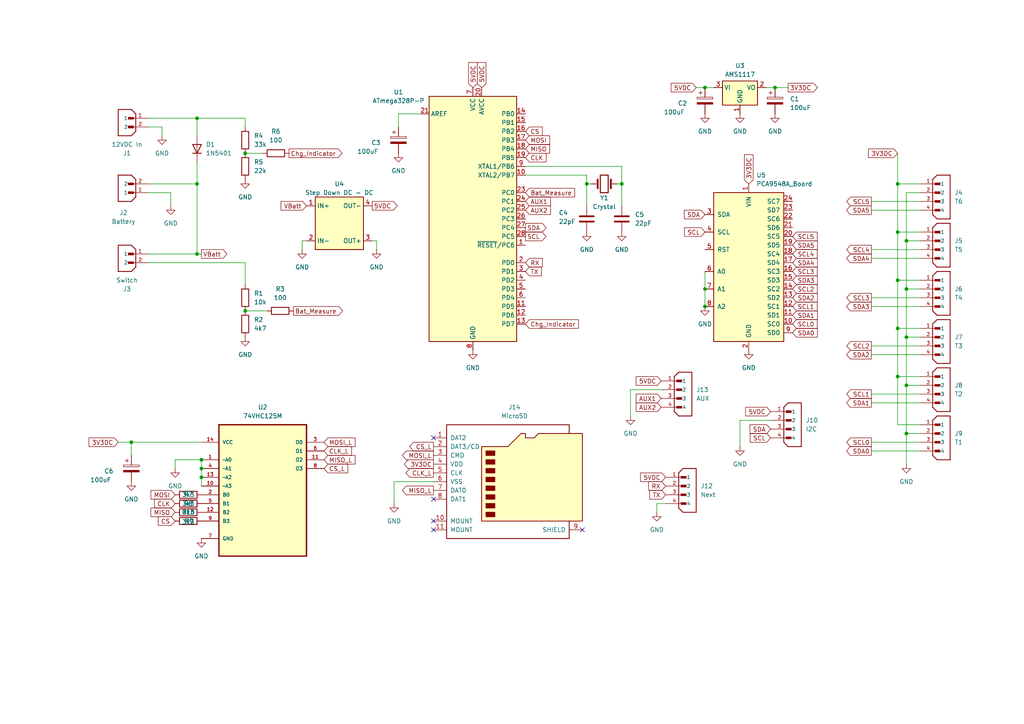
<source format=kicad_sch>
(kicad_sch (version 20231120) (generator "eeschema") (generator_version "8.0")
  (paper "A4")
  (lib_symbols
    (symbol "74VHC125M:74VHC125M" (pin_names (offset 1.016))
      (property "Reference" "U" (at -5.1562 17.8309 0))
      (property "Value" "74VHC125M" (at -4.424 -27.1541 0))
      (symbol "74VHC125M_0_0"
        (rectangle (start -12.7 -22.86) (end 12.7 15.24) (stroke (width 0.4064)) (fill (type background)))
        (pin input line (at -17.78 5.08 0) (length 5.08) (name "~A0") (number "1"))
        (pin input line (at -17.78 -2.54 0) (length 5.08) (name "~A3") (number "10"))
        (pin output line (at 17.78 5.08 180) (length 5.08) (name "O2") (number "11"))
        (pin input line (at -17.78 -10.16 0) (length 5.08) (name "B2") (number "12"))
        (pin input line (at -17.78 0 0) (length 5.08) (name "~A2") (number "13"))
        (pin power_in line (at -17.78 10.16 0) (length 5.08) (name "VCC") (number "14"))
        (pin input line (at -17.78 -5.08 0) (length 5.08) (name "B0") (number "2"))
        (pin output line (at 17.78 10.16 180) (length 5.08) (name "O0") (number "3"))
        (pin input line (at -17.78 2.54 0) (length 5.08) (name "~A1") (number "4"))
        (pin input line (at -17.78 -7.62 0) (length 5.08) (name "B1") (number "5"))
        (pin output line (at 17.78 7.62 180) (length 5.08) (name "O1") (number "6"))
        (pin passive line (at -17.78 -17.78 0) (length 5.08) (name "GND") (number "7"))
        (pin output line (at 17.78 2.54 180) (length 5.08) (name "O3") (number "8"))
        (pin input line (at -17.78 -12.7 0) (length 5.08) (name "B3") (number "9"))
      )
    )
    (symbol "Custom Fania Ersa:Step_Down_Board"
      (property "Reference" "U" (at 15.24 12.7 0))
      (symbol "Step_Down_Board_0_1"
        (rectangle (start 11.43 11.43) (end 25.4 -3.81) (stroke (width 0.254)) (fill (type background)))
      )
      (symbol "Step_Down_Board_1_0"
        (pin input line (at 8.89 8.89 0) (length 2.54) (name "IN+") (number "1"))
        (pin input line (at 8.89 -1.27 0) (length 2.54) (name "IN-") (number "2"))
        (pin output line (at 27.94 -1.27 180) (length 2.54) (name "OUT+") (number "3"))
        (pin output line (at 27.94 8.89 180) (length 2.54) (name "OUT-") (number "4"))
      )
    )
    (symbol "DM3AT-SF-PEJM5:DM3AT-SF-PEJM5" (pin_names (offset 1.016))
      (property "Reference" "J" (at -10.16 20.828 0))
      (property "Value" "DM3AT-SF-PEJM5" (at -2.54 -17.78 0))
      (symbol "DM3AT-SF-PEJM5_0_1"
        (rectangle (start -1.27 -7.62) (end 1.27 -8.89) (stroke (width 0.254)) (fill (type outline)))
        (rectangle (start -1.27 -5.08) (end 1.27 -6.35) (stroke (width 0.254)) (fill (type outline)))
        (rectangle (start -1.27 -2.54) (end 1.27 -3.81) (stroke (width 0.254)) (fill (type outline)))
        (rectangle (start -1.27 0) (end 1.27 -1.27) (stroke (width 0.254)) (fill (type outline)))
        (rectangle (start -1.27 2.54) (end 1.27 1.27) (stroke (width 0.254)) (fill (type outline)))
        (rectangle (start -1.27 5.08) (end 1.27 3.81) (stroke (width 0.254)) (fill (type outline)))
        (rectangle (start -1.27 7.62) (end 1.27 6.35) (stroke (width 0.254)) (fill (type outline)))
        (rectangle (start -1.27 10.16) (end 1.27 8.89) (stroke (width 0.254)) (fill (type outline)))
        (polyline (pts (xy 22.86 15.24) (xy 22.86 17.78) (xy -12.7 17.78) (xy -12.7 -15.24) (xy 22.86 -15.24) (xy 22.86 -10.16)) (stroke (width 0.254)))
        (polyline (pts (xy -2.54 -10.16) (xy -2.54 11.43) (xy 5.08 11.43) (xy 8.89 15.24) (xy 10.16 15.24) (xy 10.16 13.97) (xy 12.7 13.97) (xy 13.97 15.24) (xy 26.67 15.24) (xy 26.67 -10.16) (xy -2.54 -10.16)) (stroke (width 0.254)) (fill (type background)))
      )
      (symbol "DM3AT-SF-PEJM5_1_1"
        (pin bidirectional line (at -16.51 13.97 0) (length 3.81) (name "DAT2") (number "1"))
        (pin passive line (at -16.51 -10.16 0) (length 3.81) (name "MOUNT") (number "10"))
        (pin passive line (at -16.51 -12.7 0) (length 3.81) (name "MOUNT") (number "11"))
        (pin bidirectional line (at -16.51 11.43 0) (length 3.81) (name "DAT3/CD") (number "2"))
        (pin input line (at -16.51 8.89 0) (length 3.81) (name "CMD") (number "3"))
        (pin power_in line (at -16.51 6.35 0) (length 3.81) (name "VDD") (number "4"))
        (pin input line (at -16.51 3.81 0) (length 3.81) (name "CLK") (number "5"))
        (pin power_in line (at -16.51 1.27 0) (length 3.81) (name "VSS") (number "6"))
        (pin bidirectional line (at -16.51 -1.27 0) (length 3.81) (name "DAT0") (number "7"))
        (pin bidirectional line (at -16.51 -3.81 0) (length 3.81) (name "DAT1") (number "8"))
        (pin passive line (at 26.67 -12.7 180) (length 3.81) (name "SHIELD") (number "9"))
      )
    )
    (symbol "Device:C" (pin_numbers hide) (pin_names (offset 0.254))
      (property "Reference" "C" (at 0.635 2.54 0))
      (property "Value" "C" (at 0.635 -2.54 0))
      (symbol "C_0_1"
        (polyline (pts (xy -2.032 -0.762) (xy 2.032 -0.762)) (stroke (width 0.508)))
        (polyline (pts (xy -2.032 0.762) (xy 2.032 0.762)) (stroke (width 0.508)))
      )
      (symbol "C_1_1"
        (pin passive line (at 0 3.81 270) (length 2.794) (name "~") (number "1"))
        (pin passive line (at 0 -3.81 90) (length 2.794) (name "~") (number "2"))
      )
    )
    (symbol "Device:C_Polarized" (pin_numbers hide) (pin_names (offset 0.254))
      (property "Reference" "C" (at 0.635 2.54 0))
      (property "Value" "C_Polarized" (at 0.635 -2.54 0))
      (symbol "C_Polarized_0_1"
        (rectangle (start -2.286 0.508) (end 2.286 1.016))
        (polyline (pts (xy -1.778 2.286) (xy -0.762 2.286)))
        (polyline (pts (xy -1.27 2.794) (xy -1.27 1.778)))
        (rectangle (start 2.286 -0.508) (end -2.286 -1.016) (fill (type outline)))
      )
      (symbol "C_Polarized_1_1"
        (pin passive line (at 0 3.81 270) (length 2.794) (name "~") (number "1"))
        (pin passive line (at 0 -3.81 90) (length 2.794) (name "~") (number "2"))
      )
    )
    (symbol "Device:Crystal" (pin_numbers hide) (pin_names (offset 1.016) hide)
      (property "Reference" "Y" (at 0 3.81 0))
      (property "Value" "Crystal" (at 0 -3.81 0))
      (symbol "Crystal_0_1"
        (rectangle (start -1.143 2.54) (end 1.143 -2.54) (stroke (width 0.3048)))
        (polyline (pts (xy -2.54 0) (xy -1.905 0)))
        (polyline (pts (xy -1.905 -1.27) (xy -1.905 1.27)) (stroke (width 0.508)))
        (polyline (pts (xy 1.905 -1.27) (xy 1.905 1.27)) (stroke (width 0.508)))
        (polyline (pts (xy 2.54 0) (xy 1.905 0)))
      )
      (symbol "Crystal_1_1"
        (pin passive line (at -3.81 0 0) (length 1.27) (name "1") (number "1"))
        (pin passive line (at 3.81 0 180) (length 1.27) (name "2") (number "2"))
      )
    )
    (symbol "Device:R" (pin_numbers hide) (pin_names (offset 0))
      (property "Reference" "R" (at 2.032 0 90))
      (property "Value" "R" (at 0 0 90))
      (symbol "R_0_1"
        (rectangle (start -1.016 -2.54) (end 1.016 2.54) (stroke (width 0.254)))
      )
      (symbol "R_1_1"
        (pin passive line (at 0 3.81 270) (length 1.27) (name "~") (number "1"))
        (pin passive line (at 0 -3.81 90) (length 1.27) (name "~") (number "2"))
      )
    )
    (symbol "Diode:1N5401" (pin_numbers hide) (pin_names hide)
      (property "Reference" "D" (at 0 2.54 0))
      (property "Value" "1N5401" (at 0 -2.54 0))
      (symbol "1N5401_0_1"
        (polyline (pts (xy -1.27 1.27) (xy -1.27 -1.27)) (stroke (width 0.254)))
        (polyline (pts (xy 1.27 0) (xy -1.27 0)))
        (polyline (pts (xy 1.27 1.27) (xy 1.27 -1.27) (xy -1.27 0) (xy 1.27 1.27)) (stroke (width 0.254)))
      )
      (symbol "1N5401_1_1"
        (pin passive line (at -3.81 0 0) (length 2.54) (name "K") (number "1"))
        (pin passive line (at 3.81 0 180) (length 2.54) (name "A") (number "2"))
      )
    )
    (symbol "JST2PINFEMALE:B2B-XH-A" (pin_names (offset 1.016))
      (property "Reference" "J" (at -2.54 6.35 0))
      (property "Value" "JST-2PIN" (at -2.54 -5.08 0))
      (symbol "B2B-XH-A_0_0"
        (rectangle (start -3.175 -0.3175) (end -1.5875 0.3175) (stroke (width 0.1)) (fill (type outline)))
        (rectangle (start -3.175 2.2225) (end -1.5875 2.8575) (stroke (width 0.1)) (fill (type outline)))
        (polyline (pts (xy -3.81 -1.27) (xy -2.54 -2.54)) (stroke (width 0.254)))
        (polyline (pts (xy -3.81 3.81) (xy -3.81 -1.27)) (stroke (width 0.254)))
        (polyline (pts (xy -3.81 3.81) (xy -2.54 5.08)) (stroke (width 0.254)))
        (polyline (pts (xy -2.54 -2.54) (xy 1.27 -2.54)) (stroke (width 0.254)))
        (polyline (pts (xy 1.27 -2.54) (xy 1.27 5.08)) (stroke (width 0.254)))
        (polyline (pts (xy 1.27 5.08) (xy -2.54 5.08)) (stroke (width 0.254)))
        (pin passive line (at -7.62 2.54 0) (length 5.08) (name "1") (number "1"))
        (pin passive line (at -7.62 0 0) (length 5.08) (name "2") (number "2"))
      )
    )
    (symbol "JST4PINFEMALE:B4B-XH-A_LF__SN_" (pin_names (offset 1.016))
      (property "Reference" "J" (at -2.54 6.35 0))
      (property "Value" "JST-4PIN" (at -2.54 -10.16 0))
      (symbol "B4B-XH-A_LF__SN__0_0"
        (rectangle (start -3.175 -5.3975) (end -1.5875 -4.7625) (stroke (width 0.1)) (fill (type outline)))
        (rectangle (start -3.175 -2.8575) (end -1.5875 -2.2225) (stroke (width 0.1)) (fill (type outline)))
        (rectangle (start -3.175 -0.3175) (end -1.5875 0.3175) (stroke (width 0.1)) (fill (type outline)))
        (rectangle (start -3.175 2.2225) (end -1.5875 2.8575) (stroke (width 0.1)) (fill (type outline)))
        (polyline (pts (xy -3.81 -6.35) (xy -2.54 -7.62)) (stroke (width 0.254)))
        (polyline (pts (xy -3.81 3.81) (xy -3.81 -6.35)) (stroke (width 0.254)))
        (polyline (pts (xy -3.81 3.81) (xy -2.54 5.08)) (stroke (width 0.254)))
        (polyline (pts (xy -2.54 -7.62) (xy 1.27 -7.62)) (stroke (width 0.254)))
        (polyline (pts (xy 1.27 -7.62) (xy 1.27 5.08)) (stroke (width 0.254)))
        (polyline (pts (xy 1.27 5.08) (xy -2.54 5.08)) (stroke (width 0.254)))
        (pin passive line (at -7.62 2.54 0) (length 5.08) (name "1") (number "1"))
        (pin passive line (at -7.62 0 0) (length 5.08) (name "2") (number "2"))
        (pin passive line (at -7.62 -2.54 0) (length 5.08) (name "3") (number "3"))
        (pin passive line (at -7.62 -5.08 0) (length 5.08) (name "4") (number "4"))
      )
    )
    (symbol "MCU_Microchip_ATmega:ATmega328P-P"
      (property "Reference" "U" (at -12.7 36.83 0))
      (property "Value" "ATmega328P-P" (at 2.54 -36.83 0))
      (symbol "ATmega328P-P_0_1"
        (rectangle (start -12.7 -35.56) (end 12.7 35.56) (stroke (width 0.254)) (fill (type background)))
      )
      (symbol "ATmega328P-P_1_1"
        (pin bidirectional line (at 15.24 -7.62 180) (length 2.54) (name "~{RESET}/PC6") (number "1"))
        (pin bidirectional line (at 15.24 12.7 180) (length 2.54) (name "XTAL2/PB7") (number "10"))
        (pin bidirectional line (at 15.24 -25.4 180) (length 2.54) (name "PD5") (number "11"))
        (pin bidirectional line (at 15.24 -27.94 180) (length 2.54) (name "PD6") (number "12"))
        (pin bidirectional line (at 15.24 -30.48 180) (length 2.54) (name "PD7") (number "13"))
        (pin bidirectional line (at 15.24 30.48 180) (length 2.54) (name "PB0") (number "14"))
        (pin bidirectional line (at 15.24 27.94 180) (length 2.54) (name "PB1") (number "15"))
        (pin bidirectional line (at 15.24 25.4 180) (length 2.54) (name "PB2") (number "16"))
        (pin bidirectional line (at 15.24 22.86 180) (length 2.54) (name "PB3") (number "17"))
        (pin bidirectional line (at 15.24 20.32 180) (length 2.54) (name "PB4") (number "18"))
        (pin bidirectional line (at 15.24 17.78 180) (length 2.54) (name "PB5") (number "19"))
        (pin bidirectional line (at 15.24 -12.7 180) (length 2.54) (name "PD0") (number "2"))
        (pin power_in line (at 2.54 38.1 270) (length 2.54) (name "AVCC") (number "20"))
        (pin passive line (at -15.24 30.48 0) (length 2.54) (name "AREF") (number "21"))
        (pin passive line (at 0 -38.1 90) (length 2.54) hide (name "GND") (number "22"))
        (pin bidirectional line (at 15.24 7.62 180) (length 2.54) (name "PC0") (number "23"))
        (pin bidirectional line (at 15.24 5.08 180) (length 2.54) (name "PC1") (number "24"))
        (pin bidirectional line (at 15.24 2.54 180) (length 2.54) (name "PC2") (number "25"))
        (pin bidirectional line (at 15.24 0 180) (length 2.54) (name "PC3") (number "26"))
        (pin bidirectional line (at 15.24 -2.54 180) (length 2.54) (name "PC4") (number "27"))
        (pin bidirectional line (at 15.24 -5.08 180) (length 2.54) (name "PC5") (number "28"))
        (pin bidirectional line (at 15.24 -15.24 180) (length 2.54) (name "PD1") (number "3"))
        (pin bidirectional line (at 15.24 -17.78 180) (length 2.54) (name "PD2") (number "4"))
        (pin bidirectional line (at 15.24 -20.32 180) (length 2.54) (name "PD3") (number "5"))
        (pin bidirectional line (at 15.24 -22.86 180) (length 2.54) (name "PD4") (number "6"))
        (pin power_in line (at 0 38.1 270) (length 2.54) (name "VCC") (number "7"))
        (pin power_in line (at 0 -38.1 90) (length 2.54) (name "GND") (number "8"))
        (pin bidirectional line (at 15.24 15.24 180) (length 2.54) (name "XTAL1/PB6") (number "9"))
      )
    )
    (symbol "PCA9548A:PCA9548A" (pin_names (offset 1.016))
      (property "Reference" "U" (at -9.398 22.098 0))
      (property "Value" "PCA9548A_Board" (at -19.05 24.13 0))
      (symbol "PCA9548A_0_0"
        (rectangle (start -10.16 21.59) (end 10.16 -21.59) (stroke (width 0.254)) (fill (type background)))
      )
      (symbol "PCA9548A_1_0"
        (pin power_in line (at 0 24.13 270) (length 2.54) (name "VIN") (number "1"))
        (pin bidirectional line (at 12.7 -16.51 180) (length 2.54) (name "SC0") (number "10"))
        (pin bidirectional line (at 12.7 -13.97 180) (length 2.54) (name "SD1") (number "11"))
        (pin bidirectional line (at 12.7 -11.43 180) (length 2.54) (name "SC1") (number "12"))
        (pin bidirectional line (at 12.7 -8.89 180) (length 2.54) (name "SD2") (number "13"))
        (pin bidirectional line (at 12.7 -6.35 180) (length 2.54) (name "SC2") (number "14"))
        (pin bidirectional line (at 12.7 -3.81 180) (length 2.54) (name "SD3") (number "15"))
        (pin bidirectional line (at 12.7 -1.27 180) (length 2.54) (name "SC3") (number "16"))
        (pin bidirectional line (at 12.7 1.27 180) (length 2.54) (name "SD4") (number "17"))
        (pin bidirectional line (at 12.7 3.81 180) (length 2.54) (name "SC4") (number "18"))
        (pin bidirectional line (at 12.7 6.35 180) (length 2.54) (name "SD5") (number "19"))
        (pin power_in line (at 0 -24.13 90) (length 2.54) (name "GND") (number "2"))
        (pin bidirectional line (at 12.7 8.89 180) (length 2.54) (name "SC5") (number "20"))
        (pin bidirectional line (at 12.7 11.43 180) (length 2.54) (name "SD6") (number "21"))
        (pin bidirectional line (at 12.7 13.97 180) (length 2.54) (name "SC6") (number "22"))
        (pin bidirectional line (at 12.7 16.51 180) (length 2.54) (name "SD7") (number "23"))
        (pin bidirectional line (at 12.7 19.05 180) (length 2.54) (name "SC7") (number "24"))
        (pin bidirectional line (at -12.7 15.24 0) (length 2.54) (name "SDA") (number "3"))
        (pin bidirectional line (at -12.7 10.16 0) (length 2.54) (name "SCL") (number "4"))
        (pin bidirectional line (at -12.7 5.08 0) (length 2.54) (name "RST") (number "5"))
        (pin input line (at -12.7 -1.27 0) (length 2.54) (name "A0") (number "6"))
        (pin input line (at -12.7 -6.35 0) (length 2.54) (name "A1") (number "7"))
        (pin input line (at -12.7 -11.43 0) (length 2.54) (name "A2") (number "8"))
        (pin bidirectional line (at 12.7 -19.05 180) (length 2.54) (name "SD0") (number "9"))
      )
    )
    (symbol "Regulator_Linear:AMS1117-3.3"
      (property "Reference" "U" (at -3.81 3.175 0))
      (property "Value" "AMS1117-3.3" (at 0 3.175 0))
      (symbol "AMS1117-3.3_0_1"
        (rectangle (start -5.08 -5.08) (end 5.08 1.905) (stroke (width 0.254)) (fill (type background)))
      )
      (symbol "AMS1117-3.3_1_1"
        (pin power_in line (at 0 -7.62 90) (length 2.54) (name "GND") (number "1"))
        (pin power_out line (at 7.62 0 180) (length 2.54) (name "VO") (number "2"))
        (pin power_in line (at -7.62 0 0) (length 2.54) (name "VI") (number "3"))
      )
    )
    (symbol "power:GND" (power) (pin_numbers hide) (pin_names (offset 0) hide)
      (property "Value" "GND" (at 0 -3.81 0))
      (symbol "GND_0_1"
        (polyline (pts (xy 0 0) (xy 0 -1.27) (xy 1.27 -1.27) (xy 0 -2.54) (xy -1.27 -1.27) (xy 0 -1.27)))
      )
      (symbol "GND_1_1"
        (pin power_in line (at 0 0 270) (length 0) (name "~") (number "1"))
      )
    )
  )
  (junction (at 204.47 25.4))
  (junction (at 262.89 97.79))
  (junction (at 180.34 53.34))
  (junction (at 260.35 109.22))
  (junction (at 57.15 34.29))
  (junction (at 38.1 128.27))
  (junction (at 57.15 73.66))
  (junction (at 204.47 83.82))
  (junction (at 71.12 44.45))
  (junction (at 58.42 133.35))
  (junction (at 262.89 69.85))
  (junction (at 58.42 138.43))
  (junction (at 57.15 53.34))
  (junction (at 170.18 53.34))
  (junction (at 262.89 125.73))
  (junction (at 260.35 95.25))
  (junction (at 260.35 81.28))
  (junction (at 260.35 53.34))
  (junction (at 260.35 67.31))
  (junction (at 224.79 25.4))
  (junction (at 71.12 90.17))
  (junction (at 58.42 135.89))
  (junction (at 204.47 88.9))
  (junction (at 262.89 83.82))
  (junction (at 262.89 111.76))
  (no_connect (at 125.73 151.13))
  (no_connect (at 125.73 144.78))
  (no_connect (at 168.91 153.67))
  (no_connect (at 125.73 127))
  (no_connect (at 125.73 153.67))
  (wire (pts (xy 109.22 69.85) (xy 109.22 72.39)))
  (wire (pts (xy 266.7 109.22) (xy 260.35 109.22)))
  (wire (pts (xy 180.34 59.69) (xy 180.34 53.34)))
  (wire (pts (xy 182.88 120.65) (xy 182.88 113.03)))
  (wire (pts (xy 34.29 128.27) (xy 38.1 128.27)))
  (wire (pts (xy 262.89 125.73) (xy 262.89 134.62)))
  (wire (pts (xy 190.5 146.05) (xy 193.04 146.05)))
  (wire (pts (xy 252.73 88.9) (xy 266.7 88.9)))
  (wire (pts (xy 252.73 128.27) (xy 266.7 128.27)))
  (wire (pts (xy 43.18 76.2) (xy 71.12 76.2)))
  (wire (pts (xy 115.57 33.02) (xy 121.92 33.02)))
  (wire (pts (xy 262.89 83.82) (xy 266.7 83.82)))
  (wire (pts (xy 266.7 55.88) (xy 262.89 55.88)))
  (wire (pts (xy 262.89 55.88) (xy 262.89 69.85)))
  (wire (pts (xy 71.12 76.2) (xy 71.12 82.55)))
  (wire (pts (xy 58.42 133.35) (xy 58.42 135.89)))
  (wire (pts (xy 114.3 139.7) (xy 125.73 139.7)))
  (wire (pts (xy 224.79 25.4) (xy 228.6 25.4)))
  (wire (pts (xy 58.42 135.89) (xy 58.42 138.43)))
  (wire (pts (xy 180.34 48.26) (xy 180.34 53.34)))
  (wire (pts (xy 260.35 123.19) (xy 260.35 109.22)))
  (wire (pts (xy 262.89 83.82) (xy 262.89 97.79)))
  (wire (pts (xy 152.4 48.26) (xy 180.34 48.26)))
  (wire (pts (xy 38.1 132.08) (xy 38.1 128.27)))
  (wire (pts (xy 180.34 53.34) (xy 179.07 53.34)))
  (wire (pts (xy 57.15 73.66) (xy 57.15 53.34)))
  (wire (pts (xy 71.12 90.17) (xy 77.47 90.17)))
  (wire (pts (xy 260.35 44.45) (xy 260.35 53.34)))
  (wire (pts (xy 109.22 69.85) (xy 107.95 69.85)))
  (wire (pts (xy 262.89 111.76) (xy 262.89 125.73)))
  (wire (pts (xy 214.63 129.54) (xy 214.63 121.92)))
  (wire (pts (xy 204.47 25.4) (xy 207.01 25.4)))
  (wire (pts (xy 262.89 97.79) (xy 262.89 111.76)))
  (wire (pts (xy 252.73 102.87) (xy 266.7 102.87)))
  (wire (pts (xy 190.5 148.59) (xy 190.5 146.05)))
  (wire (pts (xy 222.25 25.4) (xy 224.79 25.4)))
  (wire (pts (xy 260.35 67.31) (xy 260.35 81.28)))
  (wire (pts (xy 266.7 67.31) (xy 260.35 67.31)))
  (wire (pts (xy 50.8 133.35) (xy 58.42 133.35)))
  (wire (pts (xy 252.73 116.84) (xy 266.7 116.84)))
  (wire (pts (xy 266.7 95.25) (xy 260.35 95.25)))
  (wire (pts (xy 46.99 36.83) (xy 46.99 39.37)))
  (wire (pts (xy 57.15 46.99) (xy 57.15 53.34)))
  (wire (pts (xy 204.47 78.74) (xy 204.47 83.82)))
  (wire (pts (xy 170.18 50.8) (xy 170.18 53.34)))
  (wire (pts (xy 252.73 114.3) (xy 266.7 114.3)))
  (wire (pts (xy 214.63 121.92) (xy 223.52 121.92)))
  (wire (pts (xy 57.15 73.66) (xy 58.42 73.66)))
  (wire (pts (xy 57.15 53.34) (xy 43.18 53.34)))
  (wire (pts (xy 170.18 59.69) (xy 170.18 53.34)))
  (wire (pts (xy 87.63 69.85) (xy 88.9 69.85)))
  (wire (pts (xy 262.89 69.85) (xy 266.7 69.85)))
  (wire (pts (xy 87.63 72.39) (xy 87.63 69.85)))
  (wire (pts (xy 252.73 60.96) (xy 266.7 60.96)))
  (wire (pts (xy 170.18 50.8) (xy 152.4 50.8)))
  (wire (pts (xy 114.3 146.05) (xy 114.3 139.7)))
  (wire (pts (xy 252.73 72.39) (xy 266.7 72.39)))
  (wire (pts (xy 262.89 97.79) (xy 266.7 97.79)))
  (wire (pts (xy 252.73 130.81) (xy 266.7 130.81)))
  (wire (pts (xy 58.42 138.43) (xy 58.42 140.97)))
  (wire (pts (xy 57.15 34.29) (xy 43.18 34.29)))
  (wire (pts (xy 252.73 58.42) (xy 266.7 58.42)))
  (wire (pts (xy 50.8 133.35) (xy 50.8 135.89)))
  (wire (pts (xy 49.53 55.88) (xy 43.18 55.88)))
  (wire (pts (xy 262.89 69.85) (xy 262.89 83.82)))
  (wire (pts (xy 71.12 44.45) (xy 76.2 44.45)))
  (wire (pts (xy 71.12 34.29) (xy 71.12 36.83)))
  (wire (pts (xy 43.18 73.66) (xy 57.15 73.66)))
  (wire (pts (xy 260.35 81.28) (xy 260.35 95.25)))
  (wire (pts (xy 266.7 81.28) (xy 260.35 81.28)))
  (wire (pts (xy 57.15 39.37) (xy 57.15 34.29)))
  (wire (pts (xy 38.1 128.27) (xy 58.42 128.27)))
  (wire (pts (xy 201.93 25.4) (xy 204.47 25.4)))
  (wire (pts (xy 260.35 109.22) (xy 260.35 95.25)))
  (wire (pts (xy 204.47 83.82) (xy 204.47 88.9)))
  (wire (pts (xy 170.18 53.34) (xy 171.45 53.34)))
  (wire (pts (xy 252.73 100.33) (xy 266.7 100.33)))
  (wire (pts (xy 262.89 125.73) (xy 266.7 125.73)))
  (wire (pts (xy 57.15 34.29) (xy 71.12 34.29)))
  (wire (pts (xy 262.89 111.76) (xy 266.7 111.76)))
  (wire (pts (xy 49.53 55.88) (xy 49.53 59.69)))
  (wire (pts (xy 266.7 123.19) (xy 260.35 123.19)))
  (wire (pts (xy 260.35 53.34) (xy 266.7 53.34)))
  (wire (pts (xy 252.73 86.36) (xy 266.7 86.36)))
  (wire (pts (xy 182.88 113.03) (xy 191.77 113.03)))
  (wire (pts (xy 260.35 67.31) (xy 260.35 53.34)))
  (wire (pts (xy 43.18 36.83) (xy 46.99 36.83)))
  (wire (pts (xy 115.57 36.83) (xy 115.57 33.02)))
  (wire (pts (xy 252.73 74.93) (xy 266.7 74.93)))
  (global_label "Chg_Indicator" (shape input) (at 152.4 93.98 0) (property "Intersheetrefs" "${INTERSHEET_REFS}" (effects (hide yes))))
  (global_label "SDA4" (shape output) (at 252.73 74.93 180) (property "Intersheetrefs" "${INTERSHEET_REFS}" (effects (hide yes))))
  (global_label "RX" (shape input) (at 152.4 76.2 0) (property "Intersheetrefs" "${INTERSHEET_REFS}" (effects (hide yes))))
  (global_label "AUX1" (shape input) (at 191.77 115.57 180) (property "Intersheetrefs" "${INTERSHEET_REFS}" (effects (hide yes))))
  (global_label "3V3DC" (shape input) (at 260.35 44.45 180) (property "Intersheetrefs" "${INTERSHEET_REFS}" (effects (hide yes))))
  (global_label "SDA0" (shape output) (at 252.73 130.81 180) (property "Intersheetrefs" "${INTERSHEET_REFS}" (effects (hide yes))))
  (global_label "SCL3" (shape input) (at 229.87 78.74 0) (property "Intersheetrefs" "${INTERSHEET_REFS}" (effects (hide yes))))
  (global_label "SCL0" (shape input) (at 229.87 93.98 0) (property "Intersheetrefs" "${INTERSHEET_REFS}" (effects (hide yes))))
  (global_label "MOSI" (shape input) (at 152.4 40.64 0) (property "Intersheetrefs" "${INTERSHEET_REFS}" (effects (hide yes))))
  (global_label "SCL5" (shape input) (at 229.87 68.58 0) (property "Intersheetrefs" "${INTERSHEET_REFS}" (effects (hide yes))))
  (global_label "MOSI_L" (shape input) (at 93.98 128.27 0) (property "Intersheetrefs" "${INTERSHEET_REFS}" (effects (hide yes))))
  (global_label "AUX1" (shape input) (at 152.4 58.42 0) (property "Intersheetrefs" "${INTERSHEET_REFS}" (effects (hide yes))))
  (global_label "SCL" (shape input) (at 223.52 127 180) (property "Intersheetrefs" "${INTERSHEET_REFS}" (effects (hide yes))))
  (global_label "MOSI_L" (shape output) (at 125.73 132.08 180) (property "Intersheetrefs" "${INTERSHEET_REFS}" (effects (hide yes))))
  (global_label "SDA" (shape output) (at 152.4 66.04 0) (property "Intersheetrefs" "${INTERSHEET_REFS}" (effects (hide yes))))
  (global_label "SDA" (shape input) (at 204.47 62.23 180) (property "Intersheetrefs" "${INTERSHEET_REFS}" (effects (hide yes))))
  (global_label "CLK" (shape input) (at 50.8 146.05 180) (property "Intersheetrefs" "${INTERSHEET_REFS}" (effects (hide yes))))
  (global_label "RX" (shape input) (at 193.04 140.97 180) (property "Intersheetrefs" "${INTERSHEET_REFS}" (effects (hide yes))))
  (global_label "SDA3" (shape output) (at 252.73 88.9 180) (property "Intersheetrefs" "${INTERSHEET_REFS}" (effects (hide yes))))
  (global_label "5VDC" (shape input) (at 223.52 119.38 180) (property "Intersheetrefs" "${INTERSHEET_REFS}" (effects (hide yes))))
  (global_label "CLK_L" (shape output) (at 125.73 137.16 180) (property "Intersheetrefs" "${INTERSHEET_REFS}" (effects (hide yes))))
  (global_label "5VDC" (shape input) (at 191.77 110.49 180) (property "Intersheetrefs" "${INTERSHEET_REFS}" (effects (hide yes))))
  (global_label "5VDC" (shape input) (at 201.93 25.4 180) (property "Intersheetrefs" "${INTERSHEET_REFS}" (effects (hide yes))))
  (global_label "SCL2" (shape input) (at 229.87 83.82 0) (property "Intersheetrefs" "${INTERSHEET_REFS}" (effects (hide yes))))
  (global_label "SDA2" (shape output) (at 252.73 102.87 180) (property "Intersheetrefs" "${INTERSHEET_REFS}" (effects (hide yes))))
  (global_label "SCL5" (shape output) (at 252.73 58.42 180) (property "Intersheetrefs" "${INTERSHEET_REFS}" (effects (hide yes))))
  (global_label "Bat_Measure" (shape output) (at 85.09 90.17 0) (property "Intersheetrefs" "${INTERSHEET_REFS}" (effects (hide yes))))
  (global_label "Bat_Measure" (shape input) (at 152.4 55.88 0) (property "Intersheetrefs" "${INTERSHEET_REFS}" (effects (hide yes))))
  (global_label "SCL4" (shape output) (at 252.73 72.39 180) (property "Intersheetrefs" "${INTERSHEET_REFS}" (effects (hide yes))))
  (global_label "AUX2" (shape input) (at 152.4 60.96 0) (property "Intersheetrefs" "${INTERSHEET_REFS}" (effects (hide yes))))
  (global_label "SDA5" (shape output) (at 252.73 60.96 180) (property "Intersheetrefs" "${INTERSHEET_REFS}" (effects (hide yes))))
  (global_label "MOSI" (shape input) (at 50.8 143.51 180) (property "Intersheetrefs" "${INTERSHEET_REFS}" (effects (hide yes))))
  (global_label "SDA5" (shape input) (at 229.87 71.12 0) (property "Intersheetrefs" "${INTERSHEET_REFS}" (effects (hide yes))))
  (global_label "CLK_L" (shape input) (at 93.98 130.81 0) (property "Intersheetrefs" "${INTERSHEET_REFS}" (effects (hide yes))))
  (global_label "SDA2" (shape input) (at 229.87 86.36 0) (property "Intersheetrefs" "${INTERSHEET_REFS}" (effects (hide yes))))
  (global_label "SCL2" (shape output) (at 252.73 100.33 180) (property "Intersheetrefs" "${INTERSHEET_REFS}" (effects (hide yes))))
  (global_label "3V3DC" (shape output) (at 228.6 25.4 0) (property "Intersheetrefs" "${INTERSHEET_REFS}" (effects (hide yes))))
  (global_label "SCL1" (shape output) (at 252.73 114.3 180) (property "Intersheetrefs" "${INTERSHEET_REFS}" (effects (hide yes))))
  (global_label "SCL" (shape input) (at 204.47 67.31 180) (property "Intersheetrefs" "${INTERSHEET_REFS}" (effects (hide yes))))
  (global_label "5VDC" (shape input) (at 139.7 25.4 90) (property "Intersheetrefs" "${INTERSHEET_REFS}" (effects (hide yes))))
  (global_label "SDA3" (shape input) (at 229.87 81.28 0) (property "Intersheetrefs" "${INTERSHEET_REFS}" (effects (hide yes))))
  (global_label "MISO_L" (shape output) (at 125.73 142.24 180) (property "Intersheetrefs" "${INTERSHEET_REFS}" (effects (hide yes))))
  (global_label "TX" (shape input) (at 152.4 78.74 0) (property "Intersheetrefs" "${INTERSHEET_REFS}" (effects (hide yes))))
  (global_label "VBatt" (shape input) (at 88.9 59.69 180) (property "Intersheetrefs" "${INTERSHEET_REFS}" (effects (hide yes))))
  (global_label "SDA" (shape input) (at 223.52 124.46 180) (property "Intersheetrefs" "${INTERSHEET_REFS}" (effects (hide yes))))
  (global_label "CS" (shape input) (at 50.8 151.13 180) (property "Intersheetrefs" "${INTERSHEET_REFS}" (effects (hide yes))))
  (global_label "5VDC" (shape output) (at 107.95 59.69 0) (property "Intersheetrefs" "${INTERSHEET_REFS}" (effects (hide yes))))
  (global_label "MISO" (shape input) (at 152.4 43.18 0) (property "Intersheetrefs" "${INTERSHEET_REFS}" (effects (hide yes))))
  (global_label "SDA1" (shape output) (at 252.73 116.84 180) (property "Intersheetrefs" "${INTERSHEET_REFS}" (effects (hide yes))))
  (global_label "TX" (shape input) (at 193.04 143.51 180) (property "Intersheetrefs" "${INTERSHEET_REFS}" (effects (hide yes))))
  (global_label "3V3DC" (shape output) (at 125.73 134.62 180) (property "Intersheetrefs" "${INTERSHEET_REFS}" (effects (hide yes))))
  (global_label "MISO_L" (shape input) (at 93.98 133.35 0) (property "Intersheetrefs" "${INTERSHEET_REFS}" (effects (hide yes))))
  (global_label "AUX2" (shape input) (at 191.77 118.11 180) (property "Intersheetrefs" "${INTERSHEET_REFS}" (effects (hide yes))))
  (global_label "MISO" (shape input) (at 50.8 148.59 180) (property "Intersheetrefs" "${INTERSHEET_REFS}" (effects (hide yes))))
  (global_label "SCL0" (shape output) (at 252.73 128.27 180) (property "Intersheetrefs" "${INTERSHEET_REFS}" (effects (hide yes))))
  (global_label "SCL1" (shape input) (at 229.87 88.9 0) (property "Intersheetrefs" "${INTERSHEET_REFS}" (effects (hide yes))))
  (global_label "CS_L" (shape output) (at 125.73 129.54 180) (property "Intersheetrefs" "${INTERSHEET_REFS}" (effects (hide yes))))
  (global_label "SCL3" (shape output) (at 252.73 86.36 180) (property "Intersheetrefs" "${INTERSHEET_REFS}" (effects (hide yes))))
  (global_label "SDA4" (shape input) (at 229.87 76.2 0) (property "Intersheetrefs" "${INTERSHEET_REFS}" (effects (hide yes))))
  (global_label "VBatt" (shape output) (at 58.42 73.66 0) (property "Intersheetrefs" "${INTERSHEET_REFS}" (effects (hide yes))))
  (global_label "5VDC" (shape input) (at 137.16 25.4 90) (property "Intersheetrefs" "${INTERSHEET_REFS}" (effects (hide yes))))
  (global_label "SCL" (shape output) (at 152.4 68.58 0) (property "Intersheetrefs" "${INTERSHEET_REFS}" (effects (hide yes))))
  (global_label "CLK" (shape input) (at 152.4 45.72 0) (property "Intersheetrefs" "${INTERSHEET_REFS}" (effects (hide yes))))
  (global_label "SDA1" (shape input) (at 229.87 91.44 0) (property "Intersheetrefs" "${INTERSHEET_REFS}" (effects (hide yes))))
  (global_label "CS" (shape input) (at 152.4 38.1 0) (property "Intersheetrefs" "${INTERSHEET_REFS}" (effects (hide yes))))
  (global_label "SDA0" (shape input) (at 229.87 96.52 0) (property "Intersheetrefs" "${INTERSHEET_REFS}" (effects (hide yes))))
  (global_label "SCL4" (shape input) (at 229.87 73.66 0) (property "Intersheetrefs" "${INTERSHEET_REFS}" (effects (hide yes))))
  (global_label "3V3DC" (shape input) (at 217.17 53.34 90) (property "Intersheetrefs" "${INTERSHEET_REFS}" (effects (hide yes))))
  (global_label "5VDC" (shape input) (at 193.04 138.43 180) (property "Intersheetrefs" "${INTERSHEET_REFS}" (effects (hide yes))))
  (global_label "CS_L" (shape input) (at 93.98 135.89 0) (property "Intersheetrefs" "${INTERSHEET_REFS}" (effects (hide yes))))
  (global_label "Chg_Indicator" (shape output) (at 83.82 44.45 0) (property "Intersheetrefs" "${INTERSHEET_REFS}" (effects (hide yes))))
  (global_label "3V3DC" (shape input) (at 34.29 128.27 180) (property "Intersheetrefs" "${INTERSHEET_REFS}" (effects (hide yes))))
  (symbol (lib_id "Device:R") (at 54.61 143.51 90) (unit 1)
    (property "Reference" "R7" (at 54.61 143.256 90))
    (property "Value" "3k3" (at 54.61 143.51 90))
    (property "Footprint" "Resistor_THT:R_Axial_DIN0207_L6.3mm_D2.5mm_P10.16mm_Horizontal" (effects (hide yes)))
    (property "Description" "Resistor" (effects (hide yes)))
  )
  (symbol (lib_id "JST2PINFEMALE:B2B-XH-A") (at 35.56 53.34 180) (unit 1)
    (property "Reference" "J2" (at 35.814 61.722 0))
    (property "Value" "Battery" (at 35.814 64.262 0))
    (property "Footprint" "Project_Fania_Ersa:JST_B2B-XH-A" (effects (hide yes)))
  )
  (symbol (lib_id "Device:C") (at 170.18 63.5 0) (unit 1)
    (property "Reference" "C4" (at 162.052 61.722 0) (effects (justify left)))
    (property "Value" "22pF" (at 162.052 64.262 0) (effects (justify left)))
    (property "Footprint" "Capacitor_THT:C_Disc_D3.0mm_W1.6mm_P2.50mm" (effects (hide yes)))
    (property "Description" "Unpolarized capacitor" (effects (hide yes)))
  )
  (symbol (lib_id "power:GND") (at 204.47 33.02 0) (unit 1)
    (property "Reference" "#PWR010" (effects (hide yes)))
    (property "Value" "GND" (at 204.47 38.1 0))
    (property "Description" "Power symbol creates a global label with name \"GND\" , ground" (effects (hide yes)))
  )
  (symbol (lib_id "Device:Crystal") (at 175.26 53.34 0) (unit 1)
    (property "Reference" "Y1" (at 175.26 57.404 0))
    (property "Value" "Crystal" (at 175.26 59.944 0))
    (property "Footprint" "Crystal:Crystal_HC49-4H_Vertical" (effects (hide yes)))
    (property "Description" "Two pin crystal" (effects (hide yes)))
  )
  (symbol (lib_id "JST4PINFEMALE:B4B-XH-A_LF__SN_") (at 274.32 55.88 0) (unit 1)
    (property "Reference" "J4" (at 276.86 55.8799 0) (effects (justify left)))
    (property "Value" "T6" (at 276.86 58.4199 0) (effects (justify left)))
    (property "Footprint" "Project_Fania_Ersa:JST_B4B-XH-A_LF__SN_" (effects (hide yes)))
  )
  (symbol (lib_id "Device:R") (at 81.28 90.17 270) (mirror x) (unit 1)
    (property "Reference" "R3" (at 81.28 83.82 90))
    (property "Value" "100" (at 81.28 86.36 90))
    (property "Footprint" "Resistor_THT:R_Axial_DIN0207_L6.3mm_D2.5mm_P10.16mm_Horizontal" (effects (hide yes)))
    (property "Description" "Resistor" (effects (hide yes)))
  )
  (symbol (lib_id "74VHC125M:74VHC125M") (at 76.2 138.43 0) (unit 1)
    (property "Reference" "U2" (at 76.2 118.11 0))
    (property "Value" "74VHC125M" (at 76.2 120.65 0))
    (property "Footprint" "Project_Fania_Ersa:SOIC127P600X175-14N" (effects (hide yes)))
    (property "MF" "ON Semiconductor" (effects (hide yes)))
    (property "Description_1" "\nBuffer, Non-Inverting 4 Element 1 Bit per Element 3-State Output 14-TSSOP\n" (effects (hide yes)))
    (property "PACKAGE" "SOIC-14" (effects (hide yes)))
    (property "MPN" "74VHC125M" (effects (hide yes)))
    (property "Price" "None" (effects (hide yes)))
    (property "Package" "SOIC-14 ON Semiconductor" (effects (hide yes)))
    (property "OC_FARNELL" "1014113" (effects (hide yes)))
    (property "SnapEDA_Link" "https://www.snapeda.com/parts/74VHC125M/Onsemi/view-part/?ref=snap" (effects (hide yes)))
    (property "MP" "74VHC125M" (effects (hide yes)))
    (property "SUPPLIER" "Fairchild" (effects (hide yes)))
    (property "OC_NEWARK" "83C5570" (effects (hide yes)))
    (property "Availability" "In Stock" (effects (hide yes)))
    (property "Check_prices" "https://www.snapeda.com/parts/74VHC125M/Onsemi/view-part/?ref=eda" (effects (hide yes)))
  )
  (symbol (lib_id "Device:C_Polarized") (at 224.79 29.21 0) (unit 1)
    (property "Reference" "C1" (at 229.108 28.702 0) (effects (justify left)))
    (property "Value" "100uF" (at 229.108 31.242 0) (effects (justify left)))
    (property "Footprint" "Capacitor_THT:C_Radial_D5.0mm_H11.0mm_P2.00mm" (effects (hide yes)))
    (property "Description" "Polarized capacitor" (effects (hide yes)))
  )
  (symbol (lib_id "Device:C_Polarized") (at 204.47 29.21 0) (unit 1)
    (property "Reference" "C2" (at 196.596 29.972 0) (effects (justify left)))
    (property "Value" "100uF" (at 192.532 32.512 0) (effects (justify left)))
    (property "Footprint" "Capacitor_THT:C_Radial_D5.0mm_H11.0mm_P2.00mm" (effects (hide yes)))
    (property "Description" "Polarized capacitor" (effects (hide yes)))
  )
  (symbol (lib_id "Device:R") (at 54.61 148.59 90) (unit 1)
    (property "Reference" "R10" (at 54.61 148.59 90))
    (property "Value" "3k3" (at 54.61 148.59 90))
    (property "Footprint" "Resistor_THT:R_Axial_DIN0207_L6.3mm_D2.5mm_P10.16mm_Horizontal" (effects (hide yes)))
    (property "Description" "Resistor" (effects (hide yes)))
  )
  (symbol (lib_id "power:GND") (at 224.79 33.02 0) (unit 1)
    (property "Reference" "#PWR011" (effects (hide yes)))
    (property "Value" "GND" (at 224.79 38.1 0))
    (property "Description" "Power symbol creates a global label with name \"GND\" , ground" (effects (hide yes)))
  )
  (symbol (lib_id "Custom Fania Ersa:Step_Down_Board") (at 80.01 68.58 0) (unit 1)
    (property "Reference" "U4" (at 98.425 53.34 0))
    (property "Value" "Step Down DC - DC" (at 98.425 55.88 0))
    (property "Footprint" "Project_Fania_Ersa:Step_Down_DCDC" (effects (hide yes)))
  )
  (symbol (lib_id "Device:R") (at 71.12 86.36 0) (unit 1)
    (property "Reference" "R1" (at 73.66 85.0899 0) (effects (justify left)))
    (property "Value" "10k" (at 73.66 87.6299 0) (effects (justify left)))
    (property "Footprint" "Resistor_THT:R_Axial_DIN0207_L6.3mm_D2.5mm_P10.16mm_Horizontal" (effects (hide yes)))
    (property "Description" "Resistor" (effects (hide yes)))
  )
  (symbol (lib_id "Device:C_Polarized") (at 38.1 135.89 0) (unit 1)
    (property "Reference" "C6" (at 30.226 136.652 0) (effects (justify left)))
    (property "Value" "100uF" (at 26.162 139.192 0) (effects (justify left)))
    (property "Footprint" "Capacitor_THT:C_Radial_D5.0mm_H11.0mm_P2.00mm" (effects (hide yes)))
    (property "Description" "Polarized capacitor" (effects (hide yes)))
  )
  (symbol (lib_id "power:GND") (at 109.22 72.39 0) (unit 1)
    (property "Reference" "#PWR07" (effects (hide yes)))
    (property "Value" "GND" (at 109.22 77.47 0))
    (property "Description" "Power symbol creates a global label with name \"GND\" , ground" (effects (hide yes)))
  )
  (symbol (lib_id "power:GND") (at 170.18 67.31 0) (unit 1)
    (property "Reference" "#PWR013" (effects (hide yes)))
    (property "Value" "GND" (at 170.18 72.39 0))
    (property "Description" "Power symbol creates a global label with name \"GND\" , ground" (effects (hide yes)))
  )
  (symbol (lib_id "DM3AT-SF-PEJM5:DM3AT-SF-PEJM5") (at 142.24 140.97 0) (unit 1)
    (property "Reference" "J14" (at 149.225 118.11 0))
    (property "Value" "MicroSD" (at 149.225 120.65 0))
    (property "Footprint" "Project_Fania_Ersa:HRS_DM3AT-SF-PEJM5" (effects (hide yes)))
    (property "MF" "Hirose Electric Co Ltd" (effects (hide yes)))
    (property "MAXIMUM_PACKAGE_HEIGHT" "1.83 mm" (effects (hide yes)))
    (property "Package" "None" (effects (hide yes)))
    (property "Price" "None" (effects (hide yes)))
    (property "Check_prices" "https://www.snapeda.com/parts/DM3AT-SF-PEJM5/Hirose+Electric+Co+Ltd/view-part/?ref=eda" (effects (hide yes)))
    (property "STANDARD" "Manufacturer Recommendations" (effects (hide yes)))
    (property "PARTREV" "20200913" (effects (hide yes)))
    (property "SnapEDA_Link" "https://www.snapeda.com/parts/DM3AT-SF-PEJM5/Hirose+Electric+Co+Ltd/view-part/?ref=snap" (effects (hide yes)))
    (property "MP" "DM3AT-SF-PEJM5" (effects (hide yes)))
    (property "Purchase-URL" "https://www.snapeda.com/api/url_track_click_mouser/?unipart_id=12289146&manufacturer=Hirose Electric Co Ltd&part_name=DM3AT-SF-PEJM5&search_term=micro sd" (effects (hide yes)))
    (property "Description_1" "\n10 (8 + 2) Position Card Connector Secure Digital - microSD™ Surface Mount, Right Angle Gold\n" (effects (hide yes)))
    (property "Availability" "In Stock" (effects (hide yes)))
    (property "MANUFACTURER" "Hirose Electric Co Ltd" (effects (hide yes)))
  )
  (symbol (lib_id "Device:R") (at 54.61 151.13 90) (unit 1)
    (property "Reference" "R9" (at 54.864 151.13 90))
    (property "Value" "3k3" (at 54.61 151.384 90))
    (property "Footprint" "Resistor_THT:R_Axial_DIN0207_L6.3mm_D2.5mm_P10.16mm_Horizontal" (effects (hide yes)))
    (property "Description" "Resistor" (effects (hide yes)))
  )
  (symbol (lib_id "power:GND") (at 262.89 134.62 0) (unit 1)
    (property "Reference" "#PWR016" (effects (hide yes)))
    (property "Value" "GND" (at 262.89 139.7 0))
    (property "Description" "Power symbol creates a global label with name \"GND\" , ground" (effects (hide yes)))
  )
  (symbol (lib_id "power:GND") (at 180.34 67.31 0) (unit 1)
    (property "Reference" "#PWR014" (effects (hide yes)))
    (property "Value" "GND" (at 180.34 72.39 0))
    (property "Description" "Power symbol creates a global label with name \"GND\" , ground" (effects (hide yes)))
  )
  (symbol (lib_id "JST4PINFEMALE:B4B-XH-A_LF__SN_") (at 274.32 97.79 0) (unit 1)
    (property "Reference" "J7" (at 276.86 97.7899 0) (effects (justify left)))
    (property "Value" "T3" (at 276.86 100.3299 0) (effects (justify left)))
    (property "Footprint" "Project_Fania_Ersa:JST_B4B-XH-A_LF__SN_" (effects (hide yes)))
  )
  (symbol (lib_id "power:GND") (at 190.5 148.59 0) (unit 1)
    (property "Reference" "#PWR019" (effects (hide yes)))
    (property "Value" "GND" (at 190.5 153.67 0))
    (property "Description" "Power symbol creates a global label with name \"GND\" , ground" (effects (hide yes)))
  )
  (symbol (lib_id "power:GND") (at 46.99 39.37 0) (unit 1)
    (property "Reference" "#PWR03" (effects (hide yes)))
    (property "Value" "GND" (at 46.99 44.45 0))
    (property "Description" "Power symbol creates a global label with name \"GND\" , ground" (effects (hide yes)))
  )
  (symbol (lib_id "Device:C") (at 180.34 63.5 0) (unit 1)
    (property "Reference" "C5" (at 184.15 62.2299 0) (effects (justify left)))
    (property "Value" "22pF" (at 184.15 64.7699 0) (effects (justify left)))
    (property "Footprint" "Capacitor_THT:C_Disc_D3.0mm_W1.6mm_P2.50mm" (effects (hide yes)))
    (property "Description" "Unpolarized capacitor" (effects (hide yes)))
  )
  (symbol (lib_id "JST2PINFEMALE:B2B-XH-A") (at 35.56 76.2 0) (mirror y) (unit 1)
    (property "Reference" "J3" (at 36.83 83.82 0))
    (property "Value" "Switch" (at 36.83 81.28 0))
    (property "Footprint" "Project_Fania_Ersa:JST_B2B-XH-A" (effects (hide yes)))
  )
  (symbol (lib_id "Regulator_Linear:AMS1117-3.3") (at 214.63 25.4 0) (unit 1)
    (property "Reference" "U3" (at 214.63 19.05 0))
    (property "Value" "AMS1117" (at 214.63 21.59 0))
    (property "Footprint" "Package_TO_SOT_SMD:SOT-223-3_TabPin2" (effects (hide yes)))
    (property "Datasheet" "http://www.advanced-monolithic.com/pdf/ds1117.pdf" (effects (hide yes)))
    (property "Description" "1A Low Dropout regulator, positive, 3.3V fixed output, SOT-223" (effects (hide yes)))
  )
  (symbol (lib_id "Diode:1N5401") (at 57.15 43.18 90) (unit 1)
    (property "Reference" "D1" (at 59.69 41.9099 90) (effects (justify right)))
    (property "Value" "1N5401" (at 59.69 44.4499 90) (effects (justify right)))
    (property "Footprint" "Diode_THT:D_DO-201AD_P15.24mm_Horizontal" (effects (hide yes)))
    (property "Datasheet" "http://www.vishay.com/docs/88516/1n5400.pdf" (effects (hide yes)))
    (property "Description" "100V 3A General Purpose Rectifier Diode, DO-201AD" (effects (hide yes)))
    (property "Sim.Device" "D" (effects (hide yes)))
    (property "Sim.Pins" "1=K 2=A" (effects (hide yes)))
  )
  (symbol (lib_id "Device:R") (at 71.12 48.26 0) (unit 1)
    (property "Reference" "R5" (at 73.66 46.9899 0) (effects (justify left)))
    (property "Value" "22k" (at 73.66 49.5299 0) (effects (justify left)))
    (property "Footprint" "Resistor_THT:R_Axial_DIN0207_L6.3mm_D2.5mm_P10.16mm_Horizontal" (effects (hide yes)))
    (property "Description" "Resistor" (effects (hide yes)))
  )
  (symbol (lib_id "power:GND") (at 50.8 135.89 0) (unit 1)
    (property "Reference" "#PWR022" (effects (hide yes)))
    (property "Value" "GND" (at 50.8 140.97 0))
    (property "Description" "Power symbol creates a global label with name \"GND\" , ground" (effects (hide yes)))
  )
  (symbol (lib_id "JST4PINFEMALE:B4B-XH-A_LF__SN_") (at 231.14 121.92 0) (unit 1)
    (property "Reference" "J10" (at 233.68 121.9199 0) (effects (justify left)))
    (property "Value" "I2C" (at 233.68 124.4599 0) (effects (justify left)))
    (property "Footprint" "Project_Fania_Ersa:JST_B4B-XH-A_LF__SN_" (effects (hide yes)))
  )
  (symbol (lib_id "JST4PINFEMALE:B4B-XH-A_LF__SN_") (at 274.32 83.82 0) (unit 1)
    (property "Reference" "J6" (at 276.86 83.8199 0) (effects (justify left)))
    (property "Value" "T4" (at 276.86 86.3599 0) (effects (justify left)))
    (property "Footprint" "Project_Fania_Ersa:JST_B4B-XH-A_LF__SN_" (effects (hide yes)))
  )
  (symbol (lib_id "power:GND") (at 137.16 101.6 0) (unit 1)
    (property "Reference" "#PWR01" (effects (hide yes)))
    (property "Value" "GND" (at 137.16 106.68 0))
    (property "Description" "Power symbol creates a global label with name \"GND\" , ground" (effects (hide yes)))
  )
  (symbol (lib_id "power:GND") (at 214.63 33.02 0) (unit 1)
    (property "Reference" "#PWR09" (effects (hide yes)))
    (property "Value" "GND" (at 214.63 38.1 0))
    (property "Description" "Power symbol creates a global label with name \"GND\" , ground" (effects (hide yes)))
  )
  (symbol (lib_id "JST4PINFEMALE:B4B-XH-A_LF__SN_") (at 199.39 113.03 0) (unit 1)
    (property "Reference" "J13" (at 201.93 113.0299 0) (effects (justify left)))
    (property "Value" "AUX" (at 201.93 115.5699 0) (effects (justify left)))
    (property "Footprint" "Project_Fania_Ersa:JST_B4B-XH-A_LF__SN_" (effects (hide yes)))
  )
  (symbol (lib_id "MCU_Microchip_ATmega:ATmega328P-P") (at 137.16 63.5 0) (unit 1)
    (property "Reference" "U1" (at 115.57 26.7014 0))
    (property "Value" "ATmega328P-P" (at 115.57 29.2414 0))
    (property "Footprint" "Package_DIP:DIP-28_W7.62mm" (effects (hide yes)))
    (property "Datasheet" "http://ww1.microchip.com/downloads/en/DeviceDoc/ATmega328_P%20AVR%20MCU%20with%20picoPower%20Technology%20Data%20Sheet%2040001984A.pdf" (effects (hide yes)))
    (property "Description" "20MHz, 32kB Flash, 2kB SRAM, 1kB EEPROM, DIP-28" (effects (hide yes)))
  )
  (symbol (lib_id "power:GND") (at 49.53 59.69 0) (unit 1)
    (property "Reference" "#PWR04" (effects (hide yes)))
    (property "Value" "GND" (at 49.53 64.77 0))
    (property "Description" "Power symbol creates a global label with name \"GND\" , ground" (effects (hide yes)))
  )
  (symbol (lib_id "power:GND") (at 182.88 120.65 0) (unit 1)
    (property "Reference" "#PWR020" (effects (hide yes)))
    (property "Value" "GND" (at 182.88 125.73 0))
    (property "Description" "Power symbol creates a global label with name \"GND\" , ground" (effects (hide yes)))
  )
  (symbol (lib_id "JST2PINFEMALE:B2B-XH-A") (at 35.56 36.83 0) (mirror y) (unit 1)
    (property "Reference" "J1" (at 36.83 44.45 0))
    (property "Value" "12VDC In" (at 36.83 41.91 0))
    (property "Footprint" "Project_Fania_Ersa:JST_B2B-XH-A" (effects (hide yes)))
  )
  (symbol (lib_id "Device:R") (at 80.01 44.45 270) (mirror x) (unit 1)
    (property "Reference" "R6" (at 80.01 38.1 90))
    (property "Value" "100" (at 80.01 40.64 90))
    (property "Footprint" "Resistor_THT:R_Axial_DIN0207_L6.3mm_D2.5mm_P10.16mm_Horizontal" (effects (hide yes)))
    (property "Description" "Resistor" (effects (hide yes)))
  )
  (symbol (lib_id "power:GND") (at 204.47 88.9 0) (unit 1)
    (property "Reference" "#PWR015" (effects (hide yes)))
    (property "Value" "GND" (at 204.47 93.98 0))
    (property "Description" "Power symbol creates a global label with name \"GND\" , ground" (effects (hide yes)))
  )
  (symbol (lib_id "power:GND") (at 114.3 146.05 0) (unit 1)
    (property "Reference" "#PWR017" (effects (hide yes)))
    (property "Value" "GND" (at 114.3 151.13 0))
    (property "Description" "Power symbol creates a global label with name \"GND\" , ground" (effects (hide yes)))
  )
  (symbol (lib_id "power:GND") (at 87.63 72.39 0) (unit 1)
    (property "Reference" "#PWR08" (effects (hide yes)))
    (property "Value" "GND" (at 87.63 77.47 0))
    (property "Description" "Power symbol creates a global label with name \"GND\" , ground" (effects (hide yes)))
  )
  (symbol (lib_id "Device:R") (at 71.12 40.64 0) (unit 1)
    (property "Reference" "R4" (at 73.66 39.3699 0) (effects (justify left)))
    (property "Value" "33k" (at 73.66 41.9099 0) (effects (justify left)))
    (property "Footprint" "Resistor_THT:R_Axial_DIN0207_L6.3mm_D2.5mm_P10.16mm_Horizontal" (effects (hide yes)))
    (property "Description" "Resistor" (effects (hide yes)))
  )
  (symbol (lib_id "JST4PINFEMALE:B4B-XH-A_LF__SN_") (at 274.32 125.73 0) (unit 1)
    (property "Reference" "J9" (at 276.86 125.7299 0) (effects (justify left)))
    (property "Value" "T1" (at 276.86 128.2699 0) (effects (justify left)))
    (property "Footprint" "Project_Fania_Ersa:JST_B4B-XH-A_LF__SN_" (effects (hide yes)))
  )
  (symbol (lib_id "JST4PINFEMALE:B4B-XH-A_LF__SN_") (at 274.32 69.85 0) (unit 1)
    (property "Reference" "J5" (at 276.86 69.8499 0) (effects (justify left)))
    (property "Value" "T5" (at 276.86 72.3899 0) (effects (justify left)))
    (property "Footprint" "Project_Fania_Ersa:JST_B4B-XH-A_LF__SN_" (effects (hide yes)))
  )
  (symbol (lib_id "Device:C_Polarized") (at 115.57 40.64 0) (unit 1)
    (property "Reference" "C3" (at 107.696 41.402 0) (effects (justify left)))
    (property "Value" "100uF" (at 103.632 43.942 0) (effects (justify left)))
    (property "Footprint" "Capacitor_THT:C_Radial_D5.0mm_H11.0mm_P2.00mm" (effects (hide yes)))
    (property "Description" "Polarized capacitor" (effects (hide yes)))
  )
  (symbol (lib_id "Device:R") (at 71.12 93.98 0) (unit 1)
    (property "Reference" "R2" (at 73.66 92.7099 0) (effects (justify left)))
    (property "Value" "4k7" (at 73.66 95.2499 0) (effects (justify left)))
    (property "Footprint" "Resistor_THT:R_Axial_DIN0207_L6.3mm_D2.5mm_P10.16mm_Horizontal" (effects (hide yes)))
    (property "Description" "Resistor" (effects (hide yes)))
  )
  (symbol (lib_id "power:GND") (at 58.42 156.21 0) (unit 1)
    (property "Reference" "#PWR021" (effects (hide yes)))
    (property "Value" "GND" (at 58.42 161.29 0))
    (property "Description" "Power symbol creates a global label with name \"GND\" , ground" (effects (hide yes)))
  )
  (symbol (lib_id "power:GND") (at 217.17 101.6 0) (unit 1)
    (property "Reference" "#PWR02" (effects (hide yes)))
    (property "Value" "GND" (at 217.17 106.68 0))
    (property "Description" "Power symbol creates a global label with name \"GND\" , ground" (effects (hide yes)))
  )
  (symbol (lib_id "power:GND") (at 115.57 44.45 0) (unit 1)
    (property "Reference" "#PWR012" (effects (hide yes)))
    (property "Value" "GND" (at 115.57 49.53 0))
    (property "Description" "Power symbol creates a global label with name \"GND\" , ground" (effects (hide yes)))
  )
  (symbol (lib_id "power:GND") (at 214.63 129.54 0) (unit 1)
    (property "Reference" "#PWR018" (effects (hide yes)))
    (property "Value" "GND" (at 214.63 134.62 0))
    (property "Description" "Power symbol creates a global label with name \"GND\" , ground" (effects (hide yes)))
  )
  (symbol (lib_id "Device:R") (at 54.61 146.05 90) (unit 1)
    (property "Reference" "R8" (at 54.61 146.05 90))
    (property "Value" "3k3" (at 54.61 146.05 90))
    (property "Footprint" "Resistor_THT:R_Axial_DIN0207_L6.3mm_D2.5mm_P10.16mm_Horizontal" (effects (hide yes)))
    (property "Description" "Resistor" (effects (hide yes)))
  )
  (symbol (lib_id "PCA9548A:PCA9548A") (at 217.17 77.47 0) (unit 1)
    (property "Reference" "U5" (at 219.3641 50.8 0) (effects (justify left)))
    (property "Value" "PCA9548A_Board" (at 219.3641 53.34 0) (effects (justify left)))
    (property "Footprint" "Project_Fania_Ersa:PCA9548A" (effects (hide yes)))
  )
  (symbol (lib_id "power:GND") (at 38.1 139.7 0) (unit 1)
    (property "Reference" "#PWR023" (effects (hide yes)))
    (property "Value" "GND" (at 38.1 144.78 0))
    (property "Description" "Power symbol creates a global label with name \"GND\" , ground" (effects (hide yes)))
  )
  (symbol (lib_id "JST4PINFEMALE:B4B-XH-A_LF__SN_") (at 274.32 111.76 0) (unit 1)
    (property "Reference" "J8" (at 276.86 111.7599 0) (effects (justify left)))
    (property "Value" "T2" (at 276.86 114.2999 0) (effects (justify left)))
    (property "Footprint" "Project_Fania_Ersa:JST_B4B-XH-A_LF__SN_" (effects (hide yes)))
  )
  (symbol (lib_id "power:GND") (at 71.12 97.79 0) (unit 1)
    (property "Reference" "#PWR05" (effects (hide yes)))
    (property "Value" "GND" (at 71.12 102.87 0))
    (property "Description" "Power symbol creates a global label with name \"GND\" , ground" (effects (hide yes)))
  )
  (symbol (lib_id "power:GND") (at 71.12 52.07 0) (unit 1)
    (property "Reference" "#PWR06" (effects (hide yes)))
    (property "Value" "GND" (at 71.12 57.15 0))
    (property "Description" "Power symbol creates a global label with name \"GND\" , ground" (effects (hide yes)))
  )
  (symbol (lib_id "JST4PINFEMALE:B4B-XH-A_LF__SN_") (at 200.66 140.97 0) (unit 1)
    (property "Reference" "J12" (at 203.2 140.9699 0) (effects (justify left)))
    (property "Value" "Next" (at 203.2 143.5099 0) (effects (justify left)))
    (property "Footprint" "Project_Fania_Ersa:JST_B4B-XH-A_LF__SN_" (effects (hide yes)))
  )
)
</source>
